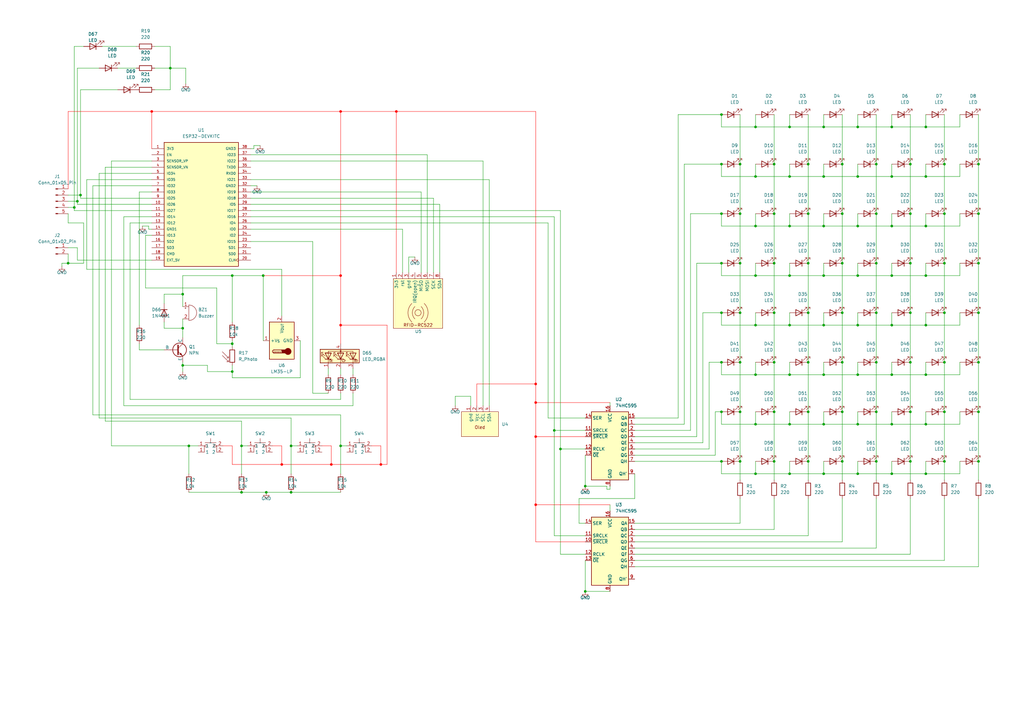
<source format=kicad_sch>
(kicad_sch (version 20230121) (generator eeschema)
  (paper "A3")
  (title_block (title "Castle_Circuit") (rev "1") (company "Ivar"))
  (junction (at 309.88 92.71))
  (junction (at 379.73 72.39))
  (junction (at 345.44 148.59))
  (junction (at 309.88 113.03))
  (junction (at 359.41 67.31))
  (junction (at 77.47 182.88))
  (junction (at 387.35 87.63))
  (junction (at 323.85 153.67))
  (junction (at 337.82 52.07))
  (junction (at 365.76 113.03))
  (junction (at 323.85 72.39))
  (junction (at 345.44 128.27))
  (junction (at 107.95 113.03))
  (junction (at 139.7 182.88))
  (junction (at 303.53 128.27))
  (junction (at 387.35 67.31))
  (junction (at 303.53 168.91))
  (junction (at 139.7 133.35) (color 255 0 0 1))
  (junction (at 74.93 120.65))
  (junction (at 317.5 128.27))
  (junction (at 240.03 242.57))
  (junction (at 30.48 85.09))
  (junction (at 365.76 133.35))
  (junction (at 365.76 72.39))
  (junction (at 373.38 148.59))
  (junction (at 303.53 107.95))
  (junction (at 351.79 113.03))
  (junction (at 323.85 194.31))
  (junction (at 379.73 194.31))
  (junction (at 379.73 52.07))
  (junction (at 359.41 87.63))
  (junction (at 331.47 107.95))
  (junction (at 219.71 207.01) (color 255 0 0 1))
  (junction (at 95.25 113.03))
  (junction (at 99.06 201.93))
  (junction (at 379.73 92.71))
  (junction (at 345.44 189.23))
  (junction (at 351.79 133.35))
  (junction (at 401.32 107.95))
  (junction (at 373.38 107.95))
  (junction (at 295.91 148.59))
  (junction (at 31.75 82.55))
  (junction (at 295.91 128.27))
  (junction (at 135.89 190.5) (color 255 0 0 1))
  (junction (at 337.82 113.03))
  (junction (at 365.76 92.71))
  (junction (at 345.44 107.95))
  (junction (at 379.73 153.67))
  (junction (at 303.53 189.23))
  (junction (at 99.06 182.88))
  (junction (at 331.47 67.31))
  (junction (at 323.85 173.99))
  (junction (at 351.79 173.99))
  (junction (at 331.47 168.91))
  (junction (at 337.82 92.71))
  (junction (at 317.5 189.23))
  (junction (at 401.32 148.59))
  (junction (at 331.47 87.63))
  (junction (at 373.38 87.63))
  (junction (at 295.91 189.23))
  (junction (at 337.82 72.39))
  (junction (at 401.32 128.27))
  (junction (at 351.79 92.71))
  (junction (at 109.22 201.93))
  (junction (at 317.5 87.63))
  (junction (at 240.03 199.39))
  (junction (at 345.44 67.31))
  (junction (at 401.32 87.63))
  (junction (at 351.79 153.67))
  (junction (at 373.38 168.91))
  (junction (at 359.41 128.27))
  (junction (at 323.85 113.03))
  (junction (at 219.71 165.1) (color 255 0 0 1))
  (junction (at 359.41 189.23))
  (junction (at 345.44 168.91))
  (junction (at 323.85 133.35))
  (junction (at 317.5 148.59))
  (junction (at 373.38 189.23))
  (junction (at 139.7 45.72) (color 255 0 0 1))
  (junction (at 323.85 52.07))
  (junction (at 295.91 67.31))
  (junction (at 69.85 27.94))
  (junction (at 387.35 189.23))
  (junction (at 365.76 173.99))
  (junction (at 162.56 45.72) (color 255 0 0 1))
  (junction (at 219.71 179.07) (color 255 0 0 1))
  (junction (at 119.38 201.93))
  (junction (at 401.32 67.31))
  (junction (at 387.35 148.59))
  (junction (at 95.25 140.97))
  (junction (at 331.47 148.59))
  (junction (at 331.47 128.27))
  (junction (at 74.93 149.86))
  (junction (at 303.53 67.31))
  (junction (at 156.21 190.5) (color 255 0 0 1))
  (junction (at 229.87 184.15))
  (junction (at 373.38 67.31))
  (junction (at 95.25 152.4))
  (junction (at 227.33 176.53))
  (junction (at 317.5 168.91))
  (junction (at 401.32 168.91))
  (junction (at 387.35 107.95))
  (junction (at 359.41 168.91))
  (junction (at 351.79 52.07))
  (junction (at 309.88 153.67))
  (junction (at 345.44 87.63))
  (junction (at 295.91 46.99))
  (junction (at 33.02 80.01))
  (junction (at 351.79 72.39))
  (junction (at 115.57 190.5) (color 255 0 0 1))
  (junction (at 337.82 133.35))
  (junction (at 337.82 194.31))
  (junction (at 119.38 182.88))
  (junction (at 317.5 67.31))
  (junction (at 303.53 87.63))
  (junction (at 387.35 168.91))
  (junction (at 74.93 134.62))
  (junction (at 359.41 148.59))
  (junction (at 373.38 128.27))
  (junction (at 379.73 173.99))
  (junction (at 295.91 87.63))
  (junction (at 337.82 153.67))
  (junction (at 62.23 45.72) (color 255 0 0 1))
  (junction (at 27.94 107.95))
  (junction (at 139.7 113.03) (color 255 0 0 1))
  (junction (at 309.88 173.99))
  (junction (at 323.85 92.71))
  (junction (at 365.76 52.07))
  (junction (at 379.73 113.03))
  (junction (at 331.47 189.23))
  (junction (at 365.76 153.67))
  (junction (at 295.91 168.91))
  (junction (at 309.88 194.31))
  (junction (at 379.73 133.35))
  (junction (at 337.82 173.99))
  (junction (at 219.71 157.48) (color 255 0 0 1))
  (junction (at 295.91 107.95))
  (junction (at 401.32 189.23))
  (junction (at 317.5 107.95))
  (junction (at 309.88 52.07))
  (junction (at 359.41 107.95))
  (junction (at 303.53 148.59))
  (junction (at 387.35 128.27))
  (junction (at 309.88 133.35))
  (junction (at 351.79 194.31))
  (junction (at 365.76 194.31))
  (junction (at 309.88 72.39))
  (wire (pts (xy 27.94 101.6) (xy 31.75 101.6)))
  (wire (pts (xy 74.93 120.65) (xy 74.93 113.03)))
  (wire (pts (xy 240.03 242.57) (xy 250.19 242.57)))
  (wire (pts (xy 123.19 139.7) (xy 123.19 154.94)))
  (wire (pts (xy 365.76 153.67) (xy 379.73 153.67)))
  (wire (pts (xy 379.73 67.31) (xy 379.73 72.39)))
  (wire (pts (xy 139.7 163.83) (xy 53.34 163.83)))
  (wire (pts (xy 224.79 171.45) (xy 240.03 171.45)))
  (wire (pts (xy 331.47 87.63) (xy 331.47 107.95)))
  (wire (pts (xy 219.71 165.1) (xy 250.19 165.1)) (stroke (width 0) (color 255 0 0 1)))
  (wire (pts (xy 99.06 172.72) (xy 43.18 172.72)))
  (wire (pts (xy 123.19 154.94) (xy 95.25 154.94)))
  (wire (pts (xy 69.85 36.83) (xy 69.85 27.94)))
  (wire (pts (xy 139.7 113.03) (xy 139.7 45.72)) (stroke (width 0) (color 255 0 0 1)))
  (wire (pts (xy 280.67 67.31) (xy 295.91 67.31)))
  (wire (pts (xy 387.35 87.63) (xy 387.35 107.95)))
  (wire (pts (xy 27.94 104.14) (xy 27.94 107.95)))
  (wire (pts (xy 30.48 85.09) (xy 30.48 19.05)))
  (wire (pts (xy 172.72 111.76) (xy 172.72 78.74)))
  (wire (pts (xy 229.87 184.15) (xy 240.03 184.15)))
  (wire (pts (xy 365.76 113.03) (xy 351.79 113.03)))
  (wire (pts (xy 359.41 107.95) (xy 359.41 128.27)))
  (wire (pts (xy 393.7 128.27) (xy 393.7 133.35)))
  (wire (pts (xy 88.9 140.97) (xy 88.9 118.11)))
  (wire (pts (xy 295.91 92.71) (xy 309.88 92.71)))
  (wire (pts (xy 393.7 107.95) (xy 393.7 113.03)))
  (wire (pts (xy 119.38 182.88) (xy 119.38 171.45)))
  (wire (pts (xy 260.35 229.87) (xy 387.35 229.87)))
  (wire (pts (xy 317.5 87.63) (xy 317.5 107.95)))
  (wire (pts (xy 152.4 182.88) (xy 156.21 182.88)) (stroke (width 0) (color 255 0 0 1)))
  (wire (pts (xy 309.88 194.31) (xy 323.85 194.31)))
  (wire (pts (xy 260.35 217.17) (xy 317.5 217.17)))
  (wire (pts (xy 401.32 67.31) (xy 401.32 87.63)))
  (wire (pts (xy 351.79 133.35) (xy 337.82 133.35)))
  (wire (pts (xy 323.85 194.31) (xy 337.82 194.31)))
  (wire (pts (xy 317.5 107.95) (xy 317.5 128.27)))
  (wire (pts (xy 121.92 182.88) (xy 119.38 182.88)))
  (wire (pts (xy 337.82 87.63) (xy 337.82 92.71)))
  (wire (pts (xy 227.33 219.71) (xy 227.33 176.53)))
  (wire (pts (xy 55.88 27.94) (xy 48.26 27.94)))
  (wire (pts (xy 387.35 148.59) (xy 387.35 168.91)))
  (wire (pts (xy 62.23 81.28) (xy 33.02 81.28)))
  (wire (pts (xy 95.25 140.97) (xy 88.9 140.97)))
  (wire (pts (xy 74.93 125.73) (xy 74.93 120.65)))
  (wire (pts (xy 288.29 128.27) (xy 295.91 128.27)))
  (wire (pts (xy 95.25 140.97) (xy 95.25 142.24)))
  (wire (pts (xy 30.48 85.09) (xy 27.94 85.09)))
  (wire (pts (xy 387.35 189.23) (xy 387.35 196.85)))
  (wire (pts (xy 278.13 46.99) (xy 295.91 46.99)))
  (wire (pts (xy 283.21 176.53) (xy 283.21 87.63)))
  (wire (pts (xy 387.35 204.47) (xy 387.35 229.87)))
  (wire (pts (xy 95.25 149.86) (xy 95.25 152.4)))
  (wire (pts (xy 393.7 168.91) (xy 393.7 173.99)))
  (wire (pts (xy 345.44 204.47) (xy 345.44 222.25)))
  (wire (pts (xy 295.91 133.35) (xy 309.88 133.35)))
  (wire (pts (xy 74.93 149.86) (xy 85.09 149.86)))
  (wire (pts (xy 323.85 133.35) (xy 337.82 133.35)))
  (wire (pts (xy 401.32 46.99) (xy 401.32 67.31)))
  (wire (pts (xy 387.35 128.27) (xy 387.35 148.59)))
  (wire (pts (xy 31.75 83.82) (xy 31.75 82.55)))
  (wire (pts (xy 379.73 173.99) (xy 393.7 173.99)))
  (wire (pts (xy 260.35 181.61) (xy 288.29 181.61)))
  (wire (pts (xy 74.93 134.62) (xy 74.93 138.43)))
  (wire (pts (xy 373.38 107.95) (xy 373.38 128.27)))
  (wire (pts (xy 303.53 46.99) (xy 303.53 67.31)))
  (wire (pts (xy 34.29 91.44) (xy 27.94 91.44)))
  (wire (pts (xy 260.35 171.45) (xy 278.13 171.45)))
  (wire (pts (xy 373.38 148.59) (xy 373.38 168.91)))
  (wire (pts (xy 59.69 118.11) (xy 59.69 96.52)))
  (wire (pts (xy 351.79 189.23) (xy 351.79 194.31)))
  (wire (pts (xy 278.13 171.45) (xy 278.13 46.99)))
  (wire (pts (xy 303.53 87.63) (xy 303.53 107.95)))
  (wire (pts (xy 219.71 207.01) (xy 250.19 207.01)) (stroke (width 0) (color 255 0 0 1)))
  (wire (pts (xy 31.75 101.6) (xy 31.75 106.68)))
  (wire (pts (xy 250.19 200.66) (xy 250.19 199.39)))
  (wire (pts (xy 379.73 72.39) (xy 365.76 72.39)))
  (wire (pts (xy 128.27 161.29) (xy 128.27 99.06)))
  (wire (pts (xy 295.91 128.27) (xy 295.91 133.35)))
  (wire (pts (xy 240.03 219.71) (xy 227.33 219.71)))
  (wire (pts (xy 359.41 46.99) (xy 359.41 67.31)))
  (wire (pts (xy 337.82 107.95) (xy 337.82 113.03)))
  (wire (pts (xy 373.38 168.91) (xy 373.38 189.23)))
  (wire (pts (xy 331.47 189.23) (xy 331.47 196.85)))
  (wire (pts (xy 331.47 168.91) (xy 331.47 189.23)))
  (wire (pts (xy 365.76 133.35) (xy 379.73 133.35)))
  (wire (pts (xy 31.75 27.94) (xy 40.64 27.94)))
  (wire (pts (xy 248.92 199.39) (xy 240.03 199.39)))
  (wire (pts (xy 331.47 148.59) (xy 331.47 168.91)))
  (wire (pts (xy 101.6 182.88) (xy 99.06 182.88)))
  (wire (pts (xy 219.71 179.07) (xy 219.71 207.01)) (stroke (width 0) (color 255 0 0 1)))
  (wire (pts (xy 365.76 128.27) (xy 365.76 133.35)))
  (wire (pts (xy 309.88 87.63) (xy 309.88 92.71)))
  (wire (pts (xy 224.79 91.44) (xy 224.79 171.45)))
  (wire (pts (xy 40.64 71.12) (xy 62.23 71.12)))
  (wire (pts (xy 295.91 173.99) (xy 309.88 173.99)))
  (wire (pts (xy 248.92 200.66) (xy 248.92 199.39)))
  (wire (pts (xy 240.03 229.87) (xy 240.03 242.57)))
  (wire (pts (xy 379.73 128.27) (xy 379.73 133.35)))
  (wire (pts (xy 27.94 91.44) (xy 27.94 87.63)))
  (wire (pts (xy 69.85 19.05) (xy 63.5 19.05)))
  (wire (pts (xy 323.85 148.59) (xy 323.85 153.67)))
  (wire (pts (xy 295.91 67.31) (xy 295.91 72.39)))
  (wire (pts (xy 337.82 189.23) (xy 337.82 194.31)))
  (wire (pts (xy 379.73 92.71) (xy 393.7 92.71)))
  (wire (pts (xy 351.79 72.39) (xy 337.82 72.39)))
  (wire (pts (xy 295.91 113.03) (xy 309.88 113.03)))
  (wire (pts (xy 260.35 232.41) (xy 401.32 232.41)))
  (wire (pts (xy 351.79 107.95) (xy 351.79 113.03)))
  (wire (pts (xy 323.85 113.03) (xy 337.82 113.03)))
  (wire (pts (xy 260.35 222.25) (xy 345.44 222.25)))
  (wire (pts (xy 229.87 227.33) (xy 229.87 184.15)))
  (wire (pts (xy 27.94 45.72) (xy 62.23 45.72)) (stroke (width 0) (color 255 0 0 1)))
  (wire (pts (xy 139.7 161.29) (xy 139.7 163.83)))
  (wire (pts (xy 351.79 168.91) (xy 351.79 173.99)))
  (wire (pts (xy 345.44 148.59) (xy 345.44 168.91)))
  (wire (pts (xy 393.7 52.07) (xy 379.73 52.07)))
  (wire (pts (xy 33.02 81.28) (xy 33.02 80.01)))
  (wire (pts (xy 260.35 219.71) (xy 331.47 219.71)))
  (wire (pts (xy 62.23 83.82) (xy 31.75 83.82)))
  (wire (pts (xy 379.73 113.03) (xy 365.76 113.03)))
  (wire (pts (xy 95.25 182.88) (xy 95.25 190.5)) (stroke (width 0) (color 255 0 0 1)))
  (wire (pts (xy 309.88 113.03) (xy 323.85 113.03)))
  (wire (pts (xy 102.87 86.36) (xy 229.87 86.36)))
  (wire (pts (xy 102.87 83.82) (xy 180.34 83.82)))
  (wire (pts (xy 393.7 87.63) (xy 393.7 92.71)))
  (wire (pts (xy 30.48 86.36) (xy 30.48 85.09)))
  (wire (pts (xy 193.04 162.56) (xy 193.04 166.37)))
  (wire (pts (xy 165.1 111.76) (xy 165.1 93.98)))
  (wire (pts (xy 172.72 78.74) (xy 102.87 78.74)))
  (wire (pts (xy 303.53 168.91) (xy 303.53 189.23)))
  (wire (pts (xy 175.26 63.5) (xy 102.87 63.5)))
  (wire (pts (xy 77.47 182.88) (xy 45.72 182.88)))
  (wire (pts (xy 67.31 134.62) (xy 67.31 132.08)))
  (wire (pts (xy 401.32 189.23) (xy 401.32 196.85)))
  (wire (pts (xy 387.35 168.91) (xy 387.35 189.23)))
  (wire (pts (xy 81.28 182.88) (xy 77.47 182.88)))
  (wire (pts (xy 295.91 189.23) (xy 295.91 194.31)))
  (wire (pts (xy 95.25 152.4) (xy 95.25 154.94)))
  (wire (pts (xy 74.93 149.86) (xy 74.93 152.4)))
  (wire (pts (xy 237.49 214.63) (xy 240.03 214.63)))
  (wire (pts (xy 107.95 113.03) (xy 107.95 139.7)))
  (wire (pts (xy 288.29 181.61) (xy 288.29 128.27)))
  (wire (pts (xy 142.24 182.88) (xy 139.7 182.88)))
  (wire (pts (xy 31.75 82.55) (xy 31.75 27.94)))
  (wire (pts (xy 139.7 140.97) (xy 139.7 133.35)) (stroke (width 0) (color 255 0 0 1)))
  (wire (pts (xy 139.7 170.18) (xy 38.1 170.18)))
  (wire (pts (xy 260.35 189.23) (xy 295.91 189.23)))
  (wire (pts (xy 309.88 173.99) (xy 323.85 173.99)))
  (wire (pts (xy 295.91 87.63) (xy 295.91 92.71)))
  (wire (pts (xy 401.32 87.63) (xy 401.32 107.95)))
  (wire (pts (xy 60.96 92.71) (xy 60.96 93.98)))
  (wire (pts (xy 102.87 73.66) (xy 200.66 73.66)))
  (wire (pts (xy 290.83 184.15) (xy 290.83 148.59)))
  (wire (pts (xy 260.35 227.33) (xy 373.38 227.33)))
  (wire (pts (xy 323.85 168.91) (xy 323.85 173.99)))
  (wire (pts (xy 379.73 52.07) (xy 365.76 52.07)))
  (wire (pts (xy 219.71 222.25) (xy 240.03 222.25)) (stroke (width 0) (color 255 0 0 1)))
  (wire (pts (xy 337.82 46.99) (xy 337.82 52.07)))
  (wire (pts (xy 95.25 113.03) (xy 95.25 132.08)))
  (wire (pts (xy 77.47 182.88) (xy 77.47 194.31)))
  (wire (pts (xy 119.38 171.45) (xy 40.64 171.45)))
  (wire (pts (xy 331.47 128.27) (xy 331.47 148.59)))
  (wire (pts (xy 102.87 93.98) (xy 165.1 93.98)))
  (wire (pts (xy 63.5 27.94) (xy 69.85 27.94)))
  (wire (pts (xy 379.73 189.23) (xy 379.73 194.31)))
  (wire (pts (xy 139.7 45.72) (xy 162.56 45.72)) (stroke (width 0) (color 255 0 0 1)))
  (wire (pts (xy 295.91 46.99) (xy 295.91 52.07)))
  (wire (pts (xy 345.44 87.63) (xy 345.44 107.95)))
  (wire (pts (xy 359.41 148.59) (xy 359.41 168.91)))
  (wire (pts (xy 331.47 107.95) (xy 331.47 128.27)))
  (wire (pts (xy 401.32 128.27) (xy 401.32 148.59)))
  (wire (pts (xy 74.93 113.03) (xy 95.25 113.03)))
  (wire (pts (xy 393.7 189.23) (xy 393.7 194.31)))
  (wire (pts (xy 293.37 186.69) (xy 293.37 168.91)))
  (wire (pts (xy 323.85 189.23) (xy 323.85 194.31)))
  (wire (pts (xy 250.19 165.1) (xy 250.19 166.37)))
  (wire (pts (xy 365.76 107.95) (xy 365.76 113.03)))
  (wire (pts (xy 379.73 168.91) (xy 379.73 173.99)))
  (wire (pts (xy 303.53 148.59) (xy 303.53 168.91)))
  (wire (pts (xy 309.88 67.31) (xy 309.88 72.39)))
  (wire (pts (xy 365.76 52.07) (xy 351.79 52.07)))
  (wire (pts (xy 280.67 173.99) (xy 280.67 67.31)))
  (wire (pts (xy 337.82 128.27) (xy 337.82 133.35)))
  (wire (pts (xy 379.73 173.99) (xy 365.76 173.99)))
  (wire (pts (xy 303.53 189.23) (xy 303.53 196.85)))
  (wire (pts (xy 323.85 87.63) (xy 323.85 92.71)))
  (wire (pts (xy 99.06 182.88) (xy 99.06 172.72)))
  (wire (pts (xy 359.41 67.31) (xy 359.41 87.63)))
  (wire (pts (xy 240.03 227.33) (xy 229.87 227.33)))
  (wire (pts (xy 25.4 107.95) (xy 25.4 109.22)))
  (wire (pts (xy 351.79 46.99) (xy 351.79 52.07)))
  (wire (pts (xy 198.12 66.04) (xy 198.12 166.37)))
  (wire (pts (xy 85.09 152.4) (xy 85.09 149.86)))
  (wire (pts (xy 45.72 66.04) (xy 62.23 66.04)))
  (wire (pts (xy 295.91 148.59) (xy 295.91 153.67)))
  (wire (pts (xy 162.56 45.72) (xy 219.71 45.72)) (stroke (width 0) (color 255 0 0 1)))
  (wire (pts (xy 295.91 194.31) (xy 309.88 194.31)))
  (wire (pts (xy 365.76 67.31) (xy 365.76 72.39)))
  (wire (pts (xy 295.91 107.95) (xy 295.91 113.03)))
  (wire (pts (xy 351.79 153.67) (xy 337.82 153.67)))
  (wire (pts (xy 35.56 73.66) (xy 62.23 73.66)))
  (wire (pts (xy 365.76 87.63) (xy 365.76 92.71)))
  (wire (pts (xy 128.27 99.06) (xy 102.87 99.06)))
  (wire (pts (xy 43.18 68.58) (xy 62.23 68.58)))
  (wire (pts (xy 219.71 45.72) (xy 219.71 157.48)) (stroke (width 0) (color 255 0 0 1)))
  (wire (pts (xy 156.21 190.5) (xy 156.21 182.88)) (stroke (width 0) (color 255 0 0 1)))
  (wire (pts (xy 359.41 87.63) (xy 359.41 107.95)))
  (wire (pts (xy 139.7 182.88) (xy 139.7 170.18)))
  (wire (pts (xy 379.73 194.31) (xy 365.76 194.31)))
  (wire (pts (xy 240.03 186.69) (xy 240.03 199.39)))
  (wire (pts (xy 309.88 133.35) (xy 323.85 133.35)))
  (wire (pts (xy 38.1 170.18) (xy 38.1 76.2)))
  (wire (pts (xy 323.85 67.31) (xy 323.85 72.39)))
  (wire (pts (xy 283.21 87.63) (xy 295.91 87.63)))
  (wire (pts (xy 139.7 133.35) (xy 139.7 113.03)) (stroke (width 0) (color 255 0 0 1)))
  (wire (pts (xy 50.8 166.37) (xy 50.8 88.9)))
  (wire (pts (xy 379.73 46.99) (xy 379.73 52.07)))
  (wire (pts (xy 345.44 67.31) (xy 345.44 87.63)))
  (wire (pts (xy 135.89 182.88) (xy 135.89 190.5)) (stroke (width 0) (color 255 0 0 1)))
  (wire (pts (xy 323.85 107.95) (xy 323.85 113.03)))
  (wire (pts (xy 227.33 88.9) (xy 227.33 176.53)))
  (wire (pts (xy 345.44 168.91) (xy 345.44 189.23)))
  (wire (pts (xy 227.33 176.53) (xy 240.03 176.53)))
  (wire (pts (xy 144.78 166.37) (xy 50.8 166.37)))
  (wire (pts (xy 31.75 82.55) (xy 27.94 82.55)))
  (wire (pts (xy 34.29 91.44) (xy 34.29 107.95)))
  (wire (pts (xy 323.85 173.99) (xy 337.82 173.99)))
  (wire (pts (xy 323.85 153.67) (xy 337.82 153.67)))
  (wire (pts (xy 365.76 153.67) (xy 351.79 153.67)))
  (wire (pts (xy 309.88 128.27) (xy 309.88 133.35)))
  (wire (pts (xy 365.76 72.39) (xy 351.79 72.39)))
  (wire (pts (xy 365.76 46.99) (xy 365.76 52.07)))
  (wire (pts (xy 365.76 189.23) (xy 365.76 194.31)))
  (wire (pts (xy 331.47 67.31) (xy 331.47 87.63)))
  (wire (pts (xy 345.44 46.99) (xy 345.44 67.31)))
  (wire (pts (xy 373.38 46.99) (xy 373.38 67.31)))
  (wire (pts (xy 186.69 166.37) (xy 186.69 162.56)))
  (wire (pts (xy 351.79 92.71) (xy 337.82 92.71)))
  (wire (pts (xy 158.75 190.5) (xy 156.21 190.5)) (stroke (width 0) (color 255 0 0 1)))
  (wire (pts (xy 351.79 194.31) (xy 337.82 194.31)))
  (wire (pts (xy 107.95 113.03) (xy 139.7 113.03)) (stroke (width 0) (color 255 0 0 1)))
  (wire (pts (xy 43.18 172.72) (xy 43.18 68.58)))
  (wire (pts (xy 33.02 80.01) (xy 27.94 80.01)))
  (wire (pts (xy 260.35 184.15) (xy 290.83 184.15)))
  (wire (pts (xy 323.85 92.71) (xy 337.82 92.71)))
  (wire (pts (xy 31.75 106.68) (xy 62.23 106.68)))
  (wire (pts (xy 62.23 86.36) (xy 30.48 86.36)))
  (wire (pts (xy 365.76 194.31) (xy 351.79 194.31)))
  (wire (pts (xy 373.38 204.47) (xy 373.38 227.33)))
  (wire (pts (xy 229.87 86.36) (xy 229.87 184.15)))
  (wire (pts (xy 57.15 143.51) (xy 67.31 143.51)))
  (wire (pts (xy 393.7 46.99) (xy 393.7 52.07)))
  (wire (pts (xy 144.78 161.29) (xy 144.78 166.37)))
  (wire (pts (xy 393.7 67.31) (xy 393.7 72.39)))
  (wire (pts (xy 303.53 214.63) (xy 303.53 204.47)))
  (wire (pts (xy 317.5 168.91) (xy 317.5 189.23)))
  (wire (pts (xy 104.14 59.69) (xy 106.68 59.69)))
  (wire (pts (xy 303.53 128.27) (xy 303.53 148.59)))
  (wire (pts (xy 393.7 194.31) (xy 379.73 194.31)))
  (wire (pts (xy 104.14 60.96) (xy 104.14 59.69)))
  (wire (pts (xy 373.38 128.27) (xy 373.38 148.59)))
  (wire (pts (xy 60.96 93.98) (xy 62.23 93.98)))
  (wire (pts (xy 373.38 189.23) (xy 373.38 196.85)))
  (wire (pts (xy 285.75 107.95) (xy 295.91 107.95)))
  (wire (pts (xy 393.7 72.39) (xy 379.73 72.39)))
  (wire (pts (xy 62.23 45.72) (xy 139.7 45.72)) (stroke (width 0) (color 255 0 0 1)))
  (wire (pts (xy 180.34 111.76) (xy 180.34 83.82)))
  (wire (pts (xy 295.91 52.07) (xy 309.88 52.07)))
  (wire (pts (xy 401.32 107.95) (xy 401.32 128.27)))
  (wire (pts (xy 102.87 88.9) (xy 227.33 88.9)))
  (wire (pts (xy 195.58 157.48) (xy 195.58 166.37)) (stroke (width 0) (color 255 0 0 1)))
  (wire (pts (xy 359.41 204.47) (xy 359.41 224.79)))
  (wire (pts (xy 33.02 80.01) (xy 33.02 36.83)))
  (wire (pts (xy 365.76 92.71) (xy 351.79 92.71)))
  (wire (pts (xy 359.41 128.27) (xy 359.41 148.59)))
  (wire (pts (xy 351.79 87.63) (xy 351.79 92.71)))
  (wire (pts (xy 139.7 133.35) (xy 158.75 133.35)) (stroke (width 0) (color 255 0 0 1)))
  (wire (pts (xy 62.23 60.96) (xy 62.23 45.72)) (stroke (width 0) (color 255 0 0 1)))
  (wire (pts (xy 331.47 46.99) (xy 331.47 67.31)))
  (wire (pts (xy 303.53 67.31) (xy 303.53 87.63)))
  (wire (pts (xy 219.71 157.48) (xy 219.71 165.1)) (stroke (width 0) (color 255 0 0 1)))
  (wire (pts (xy 91.44 182.88) (xy 95.25 182.88)) (stroke (width 0) (color 255 0 0 1)))
  (wire (pts (xy 177.8 81.28) (xy 102.87 81.28)))
  (wire (pts (xy 119.38 201.93) (xy 139.7 201.93)))
  (wire (pts (xy 337.82 168.91) (xy 337.82 173.99)))
  (wire (pts (xy 177.8 111.76) (xy 177.8 81.28)))
  (wire (pts (xy 331.47 204.47) (xy 331.47 219.71)))
  (wire (pts (xy 379.73 87.63) (xy 379.73 92.71)))
  (wire (pts (xy 167.64 111.76) (xy 167.64 105.41)))
  (wire (pts (xy 158.75 133.35) (xy 158.75 190.5)) (stroke (width 0) (color 255 0 0 1)))
  (wire (pts (xy 295.91 168.91) (xy 295.91 173.99)))
  (wire (pts (xy 219.71 157.48) (xy 195.58 157.48)) (stroke (width 0) (color 255 0 0 1)))
  (wire (pts (xy 67.31 124.46) (xy 67.31 120.65)))
  (wire (pts (xy 337.82 67.31) (xy 337.82 72.39)))
  (wire (pts (xy 74.93 130.81) (xy 74.93 134.62)))
  (wire (pts (xy 260.35 176.53) (xy 283.21 176.53)))
  (wire (pts (xy 290.83 148.59) (xy 295.91 148.59)))
  (wire (pts (xy 309.88 92.71) (xy 323.85 92.71)))
  (wire (pts (xy 250.19 207.01) (xy 250.19 209.55)))
  (wire (pts (xy 134.62 151.13) (xy 134.62 153.67)))
  (wire (pts (xy 359.41 168.91) (xy 359.41 189.23)))
  (wire (pts (xy 248.92 200.66) (xy 250.19 200.66)))
  (wire (pts (xy 379.73 148.59) (xy 379.73 153.67)))
  (wire (pts (xy 139.7 151.13) (xy 139.7 153.67)))
  (wire (pts (xy 119.38 182.88) (xy 119.38 194.31)))
  (wire (pts (xy 102.87 91.44) (xy 224.79 91.44)))
  (wire (pts (xy 115.57 110.49) (xy 35.56 110.49)))
  (wire (pts (xy 317.5 189.23) (xy 317.5 196.85)))
  (wire (pts (xy 309.88 46.99) (xy 309.88 52.07)))
  (wire (pts (xy 365.76 148.59) (xy 365.76 153.67)))
  (wire (pts (xy 57.15 140.97) (xy 57.15 143.51)))
  (wire (pts (xy 219.71 222.25) (xy 219.71 207.01)) (stroke (width 0) (color 255 0 0 1)))
  (wire (pts (xy 365.76 168.91) (xy 365.76 173.99)))
  (wire (pts (xy 365.76 173.99) (xy 351.79 173.99)))
  (wire (pts (xy 34.29 107.95) (xy 27.94 107.95)))
  (wire (pts (xy 69.85 27.94) (xy 76.2 27.94)))
  (wire (pts (xy 135.89 190.5) (xy 156.21 190.5)) (stroke (width 0) (color 255 0 0 1)))
  (wire (pts (xy 134.62 161.29) (xy 128.27 161.29)))
  (wire (pts (xy 88.9 118.11) (xy 59.69 118.11)))
  (wire (pts (xy 351.79 148.59) (xy 351.79 153.67)))
  (wire (pts (xy 285.75 179.07) (xy 285.75 107.95)))
  (wire (pts (xy 393.7 148.59) (xy 393.7 153.67)))
  (wire (pts (xy 387.35 67.31) (xy 387.35 87.63)))
  (wire (pts (xy 53.34 91.44) (xy 62.23 91.44)))
  (wire (pts (xy 379.73 107.95) (xy 379.73 113.03)))
  (wire (pts (xy 260.35 186.69) (xy 293.37 186.69)))
  (wire (pts (xy 317.5 204.47) (xy 317.5 217.17)))
  (wire (pts (xy 323.85 128.27) (xy 323.85 133.35)))
  (wire (pts (xy 115.57 129.54) (xy 115.57 110.49)))
  (wire (pts (xy 237.49 204.47) (xy 237.49 214.63)))
  (wire (pts (xy 57.15 78.74) (xy 57.15 133.35)))
  (wire (pts (xy 69.85 27.94) (xy 69.85 19.05)))
  (wire (pts (xy 58.42 92.71) (xy 60.96 92.71)))
  (wire (pts (xy 30.48 19.05) (xy 34.29 19.05)))
  (wire (pts (xy 309.88 107.95) (xy 309.88 113.03)))
  (wire (pts (xy 50.8 88.9) (xy 62.23 88.9)))
  (wire (pts (xy 219.71 165.1) (xy 219.71 179.07)) (stroke (width 0) (color 255 0 0 1)))
  (wire (pts (xy 95.25 190.5) (xy 115.57 190.5)) (stroke (width 0) (color 255 0 0 1)))
  (wire (pts (xy 260.35 204.47) (xy 237.49 204.47)))
  (wire (pts (xy 132.08 182.88) (xy 135.89 182.88)) (stroke (width 0) (color 255 0 0 1)))
  (wire (pts (xy 337.82 148.59) (xy 337.82 153.67)))
  (wire (pts (xy 401.32 168.91) (xy 401.32 189.23)))
  (wire (pts (xy 260.35 179.07) (xy 285.75 179.07)))
  (wire (pts (xy 260.35 194.31) (xy 260.35 204.47)))
  (wire (pts (xy 293.37 168.91) (xy 295.91 168.91)))
  (wire (pts (xy 55.88 19.05) (xy 41.91 19.05)))
  (wire (pts (xy 38.1 76.2) (xy 62.23 76.2)))
  (wire (pts (xy 309.88 72.39) (xy 323.85 72.39)))
  (wire (pts (xy 63.5 36.83) (xy 69.85 36.83)))
  (wire (pts (xy 95.25 152.4) (xy 85.09 152.4)))
  (wire (pts (xy 359.41 189.23) (xy 359.41 196.85)))
  (wire (pts (xy 303.53 107.95) (xy 303.53 128.27)))
  (wire (pts (xy 351.79 113.03) (xy 337.82 113.03)))
  (wire (pts (xy 111.76 182.88) (xy 115.57 182.88)) (stroke (width 0) (color 255 0 0 1)))
  (wire (pts (xy 53.34 163.83) (xy 53.34 91.44)))
  (wire (pts (xy 162.56 45.72) (xy 162.56 111.76)) (stroke (width 0) (color 255 0 0 1)))
  (wire (pts (xy 167.64 105.41) (xy 170.18 105.41)))
  (wire (pts (xy 139.7 182.88) (xy 139.7 194.31)))
  (wire (pts (xy 379.73 113.03) (xy 393.7 113.03)))
  (wire (pts (xy 77.47 201.93) (xy 99.06 201.93)))
  (wire (pts (xy 345.44 107.95) (xy 345.44 128.27)))
  (wire (pts (xy 260.35 224.79) (xy 359.41 224.79)))
  (wire (pts (xy 401.32 148.59) (xy 401.32 168.91)))
  (wire (pts (xy 62.23 78.74) (xy 57.15 78.74)))
  (wire (pts (xy 317.5 128.27) (xy 317.5 148.59)))
  (wire (pts (xy 200.66 73.66) (xy 200.66 166.37)))
  (wire (pts (xy 45.72 182.88) (xy 45.72 66.04)))
  (wire (pts (xy 295.91 153.67) (xy 309.88 153.67)))
  (wire (pts (xy 323.85 52.07) (xy 337.82 52.07)))
  (wire (pts (xy 27.94 77.47) (xy 27.94 45.72)) (stroke (width 0) (color 255 0 0 1)))
  (wire (pts (xy 219.71 179.07) (xy 240.03 179.07)) (stroke (width 0) (color 255 0 0 1)))
  (wire (pts (xy 379.73 92.71) (xy 365.76 92.71)))
  (wire (pts (xy 99.06 182.88) (xy 99.06 194.31)))
  (wire (pts (xy 373.38 87.63) (xy 373.38 107.95)))
  (wire (pts (xy 351.79 52.07) (xy 337.82 52.07)))
  (wire (pts (xy 144.78 151.13) (xy 144.78 153.67)))
  (wire (pts (xy 323.85 72.39) (xy 337.82 72.39)))
  (wire (pts (xy 351.79 67.31) (xy 351.79 72.39)))
  (wire (pts (xy 309.88 52.07) (xy 323.85 52.07)))
  (wire (pts (xy 309.88 189.23) (xy 309.88 194.31)))
  (wire (pts (xy 345.44 189.23) (xy 345.44 196.85)))
  (wire (pts (xy 365.76 133.35) (xy 351.79 133.35)))
  (wire (pts (xy 351.79 173.99) (xy 337.82 173.99)))
  (wire (pts (xy 401.32 204.47) (xy 401.32 232.41)))
  (wire (pts (xy 309.88 168.91) (xy 309.88 173.99)))
  (wire (pts (xy 387.35 46.99) (xy 387.35 67.31)))
  (wire (pts (xy 345.44 128.27) (xy 345.44 148.59)))
  (wire (pts (xy 115.57 190.5) (xy 135.89 190.5)) (stroke (width 0) (color 255 0 0 1)))
  (wire (pts (xy 295.91 72.39) (xy 309.88 72.39)))
  (wire (pts (xy 351.79 128.27) (xy 351.79 133.35)))
  (wire (pts (xy 309.88 148.59) (xy 309.88 153.67)))
  (wire (pts (xy 317.5 148.59) (xy 317.5 168.91)))
  (wire (pts (xy 317.5 46.99) (xy 317.5 67.31)))
  (wire (pts (xy 175.26 111.76) (xy 175.26 63.5)))
  (wire (pts (xy 387.35 107.95) (xy 387.35 128.27)))
  (wire (pts (xy 74.93 148.59) (xy 74.93 149.86)))
  (wire (pts (xy 59.69 96.52) (xy 62.23 96.52)))
  (wire (pts (xy 76.2 27.94) (xy 76.2 34.29)))
  (wire (pts (xy 99.06 201.93) (xy 109.22 201.93)))
  (wire (pts (xy 260.35 173.99) (xy 280.67 173.99)))
  (wire (pts (xy 33.02 36.83) (xy 48.26 36.83)))
  (wire (pts (xy 67.31 120.65) (xy 74.93 120.65)))
  (wire (pts (xy 317.5 67.31) (xy 317.5 87.63)))
  (wire (pts (xy 102.87 76.2) (xy 105.41 76.2)))
  (wire (pts (xy 379.73 133.35) (xy 393.7 133.35)))
  (wire (pts (xy 309.88 153.67) (xy 323.85 153.67)))
  (wire (pts (xy 74.93 134.62) (xy 67.31 134.62)))
  (wire (pts (xy 373.38 67.31) (xy 373.38 87.63)))
  (wire (pts (xy 115.57 182.88) (xy 115.57 190.5)) (stroke (width 0) (color 255 0 0 1)))
  (wire (pts (xy 102.87 66.04) (xy 198.12 66.04)))
  (wire (pts (xy 260.35 214.63) (xy 303.53 214.63)))
  (wire (pts (xy 102.87 60.96) (xy 104.14 60.96)))
  (wire (pts (xy 95.25 113.03) (xy 107.95 113.03)))
  (wire (pts (xy 35.56 110.49) (xy 35.56 73.66)))
  (wire (pts (xy 109.22 201.93) (xy 119.38 201.93)))
  (wire (pts (xy 323.85 46.99) (xy 323.85 52.07)))
  (wire (pts (xy 27.94 107.95) (xy 25.4 107.95)))
  (wire (pts (xy 40.64 171.45) (xy 40.64 71.12)))
  (wire (pts (xy 379.73 153.67) (xy 393.7 153.67)))
  (wire (pts (xy 186.69 162.56) (xy 193.04 162.56)))
  (wire (pts (xy 95.25 139.7) (xy 95.25 140.97)))
  (symbol (lib_id "ESP32-DEVKITC:ESP32-DEVKITC") (at 82.55 83.82 0) (unit 1)
    (property "Reference" "U1" (at 82.55 53.34 0))
    (property "Value" "ESP32-DEVKITC" (at 82.55 55.88 0))
    (property "Footprint" "ESP32-DEVKITC:MODULE_ESP32-DEVKITC" (effects hide))
    (property "MF" "Espressif Systems" (effects hide))
    (property "Description" "\nESP32-WROOM-32UE series Transceiver; 802.11 b/g/n (Wi-Fi, WiFi, WLAN), Bluetooth ® Smart Ready 4.x Dual Mode Evaluation Board\n" (effects hide))
    (property "Package" "None" (effects hide))
    (property "Price" "None" (effects hide))
    (property "Check_prices" "https://www.snapeda.com/parts/ESP32-DEVKITC/Espressif+Systems/view-part/?ref=eda" (effects hide))
    (property "STANDARD" "Manufacturer Recommendations" (effects hide))
    (property "PARTREV" "N/A" (effects hide))
    (property "SnapEDA_Link" "https://www.snapeda.com/parts/ESP32-DEVKITC/Espressif+Systems/view-part/?ref=snap" (effects hide))
    (property "MP" "ESP32-DEVKITC" (effects hide))
    (property "Availability" "In Stock" (effects hide))
    (property "MANUFACTURER" "ESPRESSIF" (effects hide))
  )
  (symbol (lib_id "Device:LED") (at 383.54 189.23 180) (unit 1)
    (property "Reference" "D63" (at 385.1275 181.61 0))
    (property "Value" "LED" (at 385.1275 184.15 0))
    (property "Footprint" "LED_THT:LED_D5.0mm" (effects hide))
  )
  (symbol (lib_id "Device:R_Photo") (at 95.25 146.05 0) (unit 1)
    (property "Reference" "R17" (at 97.79 144.78 0) (effects (justify left)))
    (property "Value" "R_Photo" (at 97.79 147.32 0) (effects (justify left)))
    (property "Footprint" "Ivar_lib:PhotoResistor" (effects hide))
  )
  (symbol (lib_id "Device:LED_RGBA") (at 139.7 146.05 90) (unit 1)
    (property "Reference" "D65" (at 148.59 144.78 90) (effects (justify right)))
    (property "Value" "LED_RGBA" (at 148.59 147.32 90) (effects (justify right)))
    (property "Footprint" "Ivar_lib:RGB_led_THT" (effects hide))
  )
  (symbol (lib_id "Device:LED") (at 383.54 148.59 180) (unit 1)
    (property "Reference" "D47" (at 385.1275 140.97 0))
    (property "Value" "LED" (at 385.1275 143.51 0))
    (property "Footprint" "LED_THT:LED_D5.0mm" (effects hide))
  )
  (symbol (lib_id "Device:LED") (at 383.54 107.95 180) (unit 1)
    (property "Reference" "D31" (at 385.1275 100.33 0))
    (property "Value" "LED" (at 385.1275 102.87 0))
    (property "Footprint" "LED_THT:LED_D5.0mm" (effects hide))
  )
  (symbol (lib_id "Device:R") (at 95.25 135.89 0) (unit 1)
    (property "Reference" "R18" (at 93.98 134.62 0) (effects (justify left)))
    (property "Value" "10k" (at 93.98 137.16 0) (effects (justify left)))
    (property "Footprint" "Resistor_THT:R_Axial_DIN0207_L6.3mm_D2.5mm_P7.62mm_Horizontal" (effects hide))
  )
  (symbol (lib_id "Device:LED") (at 369.57 46.99 180) (unit 1)
    (property "Reference" "D6" (at 371.1575 39.37 0))
    (property "Value" "LED" (at 371.1575 41.91 0))
    (property "Footprint" "LED_THT:LED_D5.0mm" (effects hide))
  )
  (symbol (lib_id "Device:LED") (at 369.57 189.23 180) (unit 1)
    (property "Reference" "D62" (at 371.1575 181.61 0))
    (property "Value" "LED" (at 371.1575 184.15 0))
    (property "Footprint" "LED_THT:LED_D5.0mm" (effects hide))
  )
  (symbol (lib_id "Device:LED") (at 327.66 128.27 180) (unit 1)
    (property "Reference" "D35" (at 329.2475 120.65 0))
    (property "Value" "LED" (at 329.2475 123.19 0))
    (property "Footprint" "LED_THT:LED_D5.0mm" (effects hide))
  )
  (symbol (lib_id "Device:LED") (at 313.69 148.59 180) (unit 1)
    (property "Reference" "D42" (at 315.2775 140.97 0))
    (property "Value" "LED" (at 315.2775 143.51 0))
    (property "Footprint" "LED_THT:LED_D5.0mm" (effects hide))
  )
  (symbol (lib_id "Device:LED") (at 327.66 189.23 180) (unit 1)
    (property "Reference" "D59" (at 329.2475 181.61 0))
    (property "Value" "LED" (at 329.2475 184.15 0))
    (property "Footprint" "LED_THT:LED_D5.0mm" (effects hide))
  )
  (symbol (lib_id "Device:LED") (at 369.57 128.27 180) (unit 1)
    (property "Reference" "D38" (at 371.1575 120.65 0))
    (property "Value" "LED" (at 371.1575 123.19 0))
    (property "Footprint" "LED_THT:LED_D5.0mm" (effects hide))
  )
  (symbol (lib_id "Device:LED") (at 355.6 46.99 180) (unit 1)
    (property "Reference" "D5" (at 357.1875 39.37 0))
    (property "Value" "LED" (at 357.1875 41.91 0))
    (property "Footprint" "LED_THT:LED_D5.0mm" (effects hide))
  )
  (symbol (lib_id "Device:LED") (at 341.63 148.59 180) (unit 1)
    (property "Reference" "D44" (at 343.2175 140.97 0))
    (property "Value" "LED" (at 343.2175 143.51 0))
    (property "Footprint" "LED_THT:LED_D5.0mm" (effects hide))
  )
  (symbol (lib_id "Device:LED") (at 355.6 168.91 180) (unit 1)
    (property "Reference" "D53" (at 357.1875 161.29 0))
    (property "Value" "LED" (at 357.1875 163.83 0))
    (property "Footprint" "LED_THT:LED_D5.0mm" (effects hide))
  )
  (symbol (lib_id "Device:LED") (at 299.72 189.23 180) (unit 1)
    (property "Reference" "D57" (at 301.3075 181.61 0))
    (property "Value" "LED" (at 301.3075 184.15 0))
    (property "Footprint" "LED_THT:LED_D5.0mm" (effects hide))
  )
  (symbol (lib_id "Device:R") (at 345.44 200.66 0) (unit 1)
    (property "Reference" "R4" (at 347.98 199.39 0) (effects (justify left)))
    (property "Value" "220" (at 347.98 201.93 0) (effects (justify left)))
    (property "Footprint" "Resistor_THT:R_Axial_DIN0207_L6.3mm_D2.5mm_P7.62mm_Horizontal" (effects hide))
  )
  (symbol (lib_id "Device:LED") (at 313.69 189.23 180) (unit 1)
    (property "Reference" "D58" (at 315.2775 181.61 0))
    (property "Value" "LED" (at 315.2775 184.15 0))
    (property "Footprint" "LED_THT:LED_D5.0mm" (effects hide))
  )
  (symbol (lib_id "Connector:Conn_01x02_Pin") (at 22.86 101.6 0) (unit 1)
    (property "Reference" "J2" (at 23.495 96.52 0))
    (property "Value" "Conn_01x02_Pin" (at 23.495 99.06 0))
    (property "Footprint" "Connector_PinHeader_2.54mm:PinHeader_1x02_P2.54mm_Vertical" (effects hide))
  )
  (symbol (lib_id "Diode:1N4001") (at 67.31 128.27 270) (unit 1)
    (property "Reference" "D66" (at 62.23 127 90) (effects (justify left)))
    (property "Value" "1N4001" (at 62.23 129.54 90) (effects (justify left)))
    (property "Footprint" "Diode_THT:D_DO-41_SOD81_P10.16mm_Horizontal" (effects hide))
    (property "Datasheet" "http://www.vishay.com/docs/88503/1n4001.pdf" (effects hide))
    (property "Sim.Device" "D" (effects hide))
    (property "Sim.Pins" "1=K 2=A" (effects hide))
  )
  (symbol (lib_id "power:GND") (at 240.03 199.39 0) (unit 1)
    (property "Reference" "#PWR01" (effects hide))
    (property "Value" "GND" (at 240.03 201.93 0))
  )
  (symbol (lib_id "Device:LED") (at 397.51 148.59 180) (unit 1)
    (property "Reference" "D48" (at 399.0975 140.97 0))
    (property "Value" "LED" (at 399.0975 143.51 0))
    (property "Footprint" "LED_THT:LED_D5.0mm" (effects hide))
  )
  (symbol (lib_id "Device:R") (at 77.47 198.12 0) (unit 1)
    (property "Reference" "R12" (at 76.2 196.85 0) (effects (justify left)))
    (property "Value" "10k" (at 76.2 199.39 0) (effects (justify left)))
    (property "Footprint" "Resistor_THT:R_Axial_DIN0207_L6.3mm_D2.5mm_P7.62mm_Horizontal" (effects hide))
  )
  (symbol (lib_id "Device:LED") (at 327.66 168.91 180) (unit 1)
    (property "Reference" "D51" (at 329.2475 161.29 0))
    (property "Value" "LED" (at 329.2475 163.83 0))
    (property "Footprint" "LED_THT:LED_D5.0mm" (effects hide))
  )
  (symbol (lib_id "Device:LED") (at 44.45 27.94 180) (unit 1)
    (property "Reference" "D68" (at 46.0375 20.32 0))
    (property "Value" "LED" (at 46.0375 22.86 0))
    (property "Footprint" "LED_THT:LED_D5.0mm" (effects hide))
  )
  (symbol (lib_id "Device:R") (at 99.06 198.12 0) (unit 1)
    (property "Reference" "R13" (at 97.79 196.85 0) (effects (justify left)))
    (property "Value" "10k" (at 97.79 199.39 0) (effects (justify left)))
    (property "Footprint" "Resistor_THT:R_Axial_DIN0207_L6.3mm_D2.5mm_P7.62mm_Horizontal" (effects hide))
  )
  (symbol (lib_id "74xx:74HC595") (at 250.19 224.79 0) (unit 1)
    (property "Reference" "U3" (at 252.3841 207.01 0) (effects (justify left)))
    (property "Value" "74HC595" (at 252.3841 209.55 0) (effects (justify left)))
    (property "Footprint" "Package_DIP:DIP-16_W7.62mm_LongPads" (effects hide))
    (property "Datasheet" "http://www.ti.com/lit/ds/symlink/sn74hc595.pdf" (effects hide))
  )
  (symbol (lib_id "Device:LED") (at 383.54 128.27 180) (unit 1)
    (property "Reference" "D39" (at 385.1275 120.65 0))
    (property "Value" "LED" (at 385.1275 123.19 0))
    (property "Footprint" "LED_THT:LED_D5.0mm" (effects hide))
  )
  (symbol (lib_id "Device:LED") (at 369.57 168.91 180) (unit 1)
    (property "Reference" "D54" (at 371.1575 161.29 0))
    (property "Value" "LED" (at 371.1575 163.83 0))
    (property "Footprint" "LED_THT:LED_D5.0mm" (effects hide))
  )
  (symbol (lib_id "Device:R") (at 119.38 198.12 0) (unit 1)
    (property "Reference" "R14" (at 118.11 196.85 0) (effects (justify left)))
    (property "Value" "10k" (at 118.11 199.39 0) (effects (justify left)))
    (property "Footprint" "Resistor_THT:R_Axial_DIN0207_L6.3mm_D2.5mm_P7.62mm_Horizontal" (effects hide))
  )
  (symbol (lib_id "Device:LED") (at 355.6 189.23 180) (unit 1)
    (property "Reference" "D61" (at 357.1875 181.61 0))
    (property "Value" "LED" (at 357.1875 184.15 0))
    (property "Footprint" "LED_THT:LED_D5.0mm" (effects hide))
  )
  (symbol (lib_id "Device:LED") (at 341.63 189.23 180) (unit 1)
    (property "Reference" "D60" (at 343.2175 181.61 0))
    (property "Value" "LED" (at 343.2175 184.15 0))
    (property "Footprint" "LED_THT:LED_D5.0mm" (effects hide))
  )
  (symbol (lib_id "Device:LED") (at 355.6 128.27 180) (unit 1)
    (property "Reference" "D37" (at 357.1875 120.65 0))
    (property "Value" "LED" (at 357.1875 123.19 0))
    (property "Footprint" "LED_THT:LED_D5.0mm" (effects hide))
  )
  (symbol (lib_id "Device:LED") (at 341.63 87.63 180) (unit 1)
    (property "Reference" "D20" (at 343.2175 80.01 0))
    (property "Value" "LED" (at 343.2175 82.55 0))
    (property "Footprint" "LED_THT:LED_D5.0mm" (effects hide))
  )
  (symbol (lib_id "Ivar_lib:oled_0.96") (at 196.85 171.45 0) (unit 1)
    (property "Reference" "U4" (at 205.74 173.99 0) (effects (justify left)))
    (property "Value" "~" (at 196.85 171.45 0))
    (property "Footprint" "Ivar_lib:oled_0.96" (effects hide))
  )
  (symbol (lib_id "Device:LED") (at 383.54 46.99 180) (unit 1)
    (property "Reference" "D7" (at 385.1275 39.37 0))
    (property "Value" "LED" (at 385.1275 41.91 0))
    (property "Footprint" "LED_THT:LED_D5.0mm" (effects hide))
  )
  (symbol (lib_id "Device:LED") (at 397.51 168.91 180) (unit 1)
    (property "Reference" "D56" (at 399.0975 161.29 0))
    (property "Value" "LED" (at 399.0975 163.83 0))
    (property "Footprint" "LED_THT:LED_D5.0mm" (effects hide))
  )
  (symbol (lib_id "Device:LED") (at 313.69 87.63 180) (unit 1)
    (property "Reference" "D18" (at 315.2775 80.01 0))
    (property "Value" "LED" (at 315.2775 82.55 0))
    (property "Footprint" "LED_THT:LED_D5.0mm" (effects hide))
  )
  (symbol (lib_id "Device:LED") (at 341.63 67.31 180) (unit 1)
    (property "Reference" "D12" (at 343.2175 59.69 0))
    (property "Value" "LED" (at 343.2175 62.23 0))
    (property "Footprint" "LED_THT:LED_D5.0mm" (effects hide))
  )
  (symbol (lib_id "Device:R") (at 373.38 200.66 0) (unit 1)
    (property "Reference" "R6" (at 375.92 199.39 0) (effects (justify left)))
    (property "Value" "220" (at 375.92 201.93 0) (effects (justify left)))
    (property "Footprint" "Resistor_THT:R_Axial_DIN0207_L6.3mm_D2.5mm_P7.62mm_Horizontal" (effects hide))
  )
  (symbol (lib_id "power:GND") (at 186.69 166.37 0) (unit 1)
    (property "Reference" "#PWR03" (effects hide))
    (property "Value" "GND" (at 186.69 168.91 0))
  )
  (symbol (lib_id "power:GND") (at 170.18 105.41 0) (unit 1)
    (property "Reference" "#PWR04" (effects hide))
    (property "Value" "GND" (at 170.18 107.95 0))
  )
  (symbol (lib_id "Device:R") (at 59.69 19.05 90) (unit 1)
    (property "Reference" "R19" (at 59.69 12.7 90))
    (property "Value" "220" (at 59.69 15.24 90))
    (property "Footprint" "Resistor_THT:R_Axial_DIN0207_L6.3mm_D2.5mm_P7.62mm_Horizontal" (effects hide))
  )
  (symbol (lib_id "Ivar_lib:switch") (at 106.68 181.61 0) (unit 1)
    (property "Reference" "SW2" (at 106.68 177.8 0))
    (property "Value" "~" (at 106.68 181.61 0))
    (property "Footprint" "Button_Switch_THT:SW_PUSH-12mm" (effects hide))
  )
  (symbol (lib_id "Device:LED") (at 313.69 168.91 180) (unit 1)
    (property "Reference" "D50" (at 315.2775 161.29 0))
    (property "Value" "LED" (at 315.2775 163.83 0))
    (property "Footprint" "LED_THT:LED_D5.0mm" (effects hide))
  )
  (symbol (lib_id "Device:R") (at 59.69 36.83 90) (unit 1)
    (property "Reference" "R21" (at 59.69 30.48 90))
    (property "Value" "220" (at 59.69 33.02 90))
    (property "Footprint" "Resistor_THT:R_Axial_DIN0207_L6.3mm_D2.5mm_P7.62mm_Horizontal" (effects hide))
  )
  (symbol (lib_id "Ivar_lib:switch") (at 147.32 181.61 0) (unit 1)
    (property "Reference" "SW4" (at 147.32 177.8 0))
    (property "Value" "~" (at 147.32 181.61 0))
    (property "Footprint" "Button_Switch_THT:SW_PUSH-12mm" (effects hide))
  )
  (symbol (lib_id "Device:R") (at 134.62 157.48 0) (unit 1)
    (property "Reference" "R9" (at 133.35 156.21 0) (effects (justify left)))
    (property "Value" "220" (at 133.35 158.75 0) (effects (justify left)))
    (property "Footprint" "Resistor_THT:R_Axial_DIN0207_L6.3mm_D2.5mm_P7.62mm_Horizontal" (effects hide))
  )
  (symbol (lib_id "Device:LED") (at 383.54 87.63 180) (unit 1)
    (property "Reference" "D23" (at 385.1275 80.01 0))
    (property "Value" "LED" (at 385.1275 82.55 0))
    (property "Footprint" "LED_THT:LED_D5.0mm" (effects hide))
  )
  (symbol (lib_id "Device:LED") (at 383.54 67.31 180) (unit 1)
    (property "Reference" "D15" (at 385.1275 59.69 0))
    (property "Value" "LED" (at 385.1275 62.23 0))
    (property "Footprint" "LED_THT:LED_D5.0mm" (effects hide))
  )
  (symbol (lib_id "power:GND") (at 76.2 34.29 0) (unit 1)
    (property "Reference" "#PWR011" (effects hide))
    (property "Value" "GND" (at 76.2 36.83 0))
  )
  (symbol (lib_id "Device:LED") (at 341.63 107.95 180) (unit 1)
    (property "Reference" "D28" (at 343.2175 100.33 0))
    (property "Value" "LED" (at 343.2175 102.87 0))
    (property "Footprint" "LED_THT:LED_D5.0mm" (effects hide))
  )
  (symbol (lib_id "Device:LED") (at 327.66 107.95 180) (unit 1)
    (property "Reference" "D27" (at 329.2475 100.33 0))
    (property "Value" "LED" (at 329.2475 102.87 0))
    (property "Footprint" "LED_THT:LED_D5.0mm" (effects hide))
  )
  (symbol (lib_id "Device:LED") (at 397.51 46.99 180) (unit 1)
    (property "Reference" "D8" (at 399.0975 39.37 0))
    (property "Value" "LED" (at 399.0975 41.91 0))
    (property "Footprint" "LED_THT:LED_D5.0mm" (effects hide))
  )
  (symbol (lib_id "Device:LED") (at 341.63 46.99 180) (unit 1)
    (property "Reference" "D4" (at 343.2175 39.37 0))
    (property "Value" "LED" (at 343.2175 41.91 0))
    (property "Footprint" "LED_THT:LED_D5.0mm" (effects hide))
  )
  (symbol (lib_id "Device:R") (at 331.47 200.66 0) (unit 1)
    (property "Reference" "R3" (at 334.01 199.39 0) (effects (justify left)))
    (property "Value" "220" (at 334.01 201.93 0) (effects (justify left)))
    (property "Footprint" "Resistor_THT:R_Axial_DIN0207_L6.3mm_D2.5mm_P7.62mm_Horizontal" (effects hide))
  )
  (symbol (lib_id "Device:LED") (at 397.51 67.31 180) (unit 1)
    (property "Reference" "D16" (at 399.0975 59.69 0))
    (property "Value" "LED" (at 399.0975 62.23 0))
    (property "Footprint" "LED_THT:LED_D5.0mm" (effects hide))
  )
  (symbol (lib_id "Device:LED") (at 313.69 128.27 180) (unit 1)
    (property "Reference" "D34" (at 315.2775 120.65 0))
    (property "Value" "LED" (at 315.2775 123.19 0))
    (property "Footprint" "LED_THT:LED_D5.0mm" (effects hide))
  )
  (symbol (lib_id "Device:LED") (at 397.51 87.63 180) (unit 1)
    (property "Reference" "D24" (at 399.0975 80.01 0))
    (property "Value" "LED" (at 399.0975 82.55 0))
    (property "Footprint" "LED_THT:LED_D5.0mm" (effects hide))
  )
  (symbol (lib_id "Device:LED") (at 355.6 107.95 180) (unit 1)
    (property "Reference" "D29" (at 357.1875 100.33 0))
    (property "Value" "LED" (at 357.1875 102.87 0))
    (property "Footprint" "LED_THT:LED_D5.0mm" (effects hide))
  )
  (symbol (lib_id "Device:LED") (at 369.57 87.63 180) (unit 1)
    (property "Reference" "D22" (at 371.1575 80.01 0))
    (property "Value" "LED" (at 371.1575 82.55 0))
    (property "Footprint" "LED_THT:LED_D5.0mm" (effects hide))
  )
  (symbol (lib_id "power:GND") (at 109.22 201.93 0) (unit 1)
    (property "Reference" "#PWR05" (effects hide))
    (property "Value" "GND" (at 109.22 204.47 0))
  )
  (symbol (lib_id "power:GND") (at 58.42 92.71 0) (unit 1)
    (property "Reference" "#PWR09" (effects hide))
    (property "Value" "GND" (at 58.42 95.25 0))
  )
  (symbol (lib_id "Device:LED") (at 299.72 46.99 180) (unit 1)
    (property "Reference" "D1" (at 301.3075 39.37 0))
    (property "Value" "LED" (at 301.3075 41.91 0))
    (property "Footprint" "LED_THT:LED_D5.0mm" (effects hide))
  )
  (symbol (lib_id "Device:LED") (at 299.72 128.27 180) (unit 1)
    (property "Reference" "D33" (at 301.3075 120.65 0))
    (property "Value" "LED" (at 301.3075 123.19 0))
    (property "Footprint" "LED_THT:LED_D5.0mm" (effects hide))
  )
  (symbol (lib_id "Device:LED") (at 299.72 168.91 180) (unit 1)
    (property "Reference" "D49" (at 301.3075 161.29 0))
    (property "Value" "LED" (at 301.3075 163.83 0))
    (property "Footprint" "LED_THT:LED_D5.0mm" (effects hide))
  )
  (symbol (lib_id "Device:LED") (at 313.69 107.95 180) (unit 1)
    (property "Reference" "D26" (at 315.2775 100.33 0))
    (property "Value" "LED" (at 315.2775 102.87 0))
    (property "Footprint" "LED_THT:LED_D5.0mm" (effects hide))
  )
  (symbol (lib_id "Ivar_lib:RFID-RC522") (at 171.45 116.84 0) (unit 1)
    (property "Reference" "U5" (at 170.18 135.89 0) (effects (justify left)))
    (property "Value" "~" (at 171.45 116.84 0))
    (property "Footprint" "Ivar_lib:RFID-RC522" (effects hide))
  )
  (symbol (lib_id "Device:R") (at 317.5 200.66 0) (unit 1)
    (property "Reference" "R2" (at 320.04 199.39 0) (effects (justify left)))
    (property "Value" "220" (at 320.04 201.93 0) (effects (justify left)))
    (property "Footprint" "Resistor_THT:R_Axial_DIN0207_L6.3mm_D2.5mm_P7.62mm_Horizontal" (effects hide))
  )
  (symbol (lib_id "Device:LED") (at 355.6 148.59 180) (unit 1)
    (property "Reference" "D45" (at 357.1875 140.97 0))
    (property "Value" "LED" (at 357.1875 143.51 0))
    (property "Footprint" "LED_THT:LED_D5.0mm" (effects hide))
  )
  (symbol (lib_id "Device:LED") (at 355.6 87.63 180) (unit 1)
    (property "Reference" "D21" (at 357.1875 80.01 0))
    (property "Value" "LED" (at 357.1875 82.55 0))
    (property "Footprint" "LED_THT:LED_D5.0mm" (effects hide))
  )
  (symbol (lib_id "Device:LED") (at 383.54 168.91 180) (unit 1)
    (property "Reference" "D55" (at 385.1275 161.29 0))
    (property "Value" "LED" (at 385.1275 163.83 0))
    (property "Footprint" "LED_THT:LED_D5.0mm" (effects hide))
  )
  (symbol (lib_id "74xx:74HC595") (at 250.19 181.61 0) (unit 1)
    (property "Reference" "U2" (at 252.3841 163.83 0) (effects (justify left)))
    (property "Value" "74HC595" (at 252.3841 166.37 0) (effects (justify left)))
    (property "Footprint" "Package_DIP:DIP-16_W7.62mm_LongPads" (effects hide))
    (property "Datasheet" "http://www.ti.com/lit/ds/symlink/sn74hc595.pdf" (effects hide))
  )
  (symbol (lib_id "Device:LED") (at 52.07 36.83 180) (unit 1)
    (property "Reference" "D69" (at 53.6575 29.21 0))
    (property "Value" "LED" (at 53.6575 31.75 0))
    (property "Footprint" "LED_THT:LED_D5.0mm" (effects hide))
  )
  (symbol (lib_id "Sensor_Temperature:LM35-LP") (at 115.57 139.7 90) (unit 1)
    (property "Reference" "U6" (at 115.57 149.86 90))
    (property "Value" "LM35-LP" (at 115.57 152.4 90))
    (property "Footprint" "Package_TO_SOT_THT:TO-92_Inline" (effects hide))
    (property "Datasheet" "http://www.ti.com/lit/ds/symlink/lm35.pdf" (effects hide))
  )
  (symbol (lib_id "power:GND") (at 105.41 76.2 0) (unit 1)
    (property "Reference" "#PWR08" (effects hide))
    (property "Value" "GND" (at 105.41 78.74 0))
  )
  (symbol (lib_id "power:GND") (at 240.03 242.57 0) (unit 1)
    (property "Reference" "#PWR02" (effects hide))
    (property "Value" "GND" (at 240.03 245.11 0))
  )
  (symbol (lib_id "power:GND") (at 106.68 59.69 0) (unit 1)
    (property "Reference" "#PWR07" (effects hide))
    (property "Value" "GND" (at 106.68 62.23 0))
  )
  (symbol (lib_id "Device:LED") (at 299.72 67.31 180) (unit 1)
    (property "Reference" "D9" (at 301.3075 59.69 0))
    (property "Value" "LED" (at 301.3075 62.23 0))
    (property "Footprint" "LED_THT:LED_D5.0mm" (effects hide))
  )
  (symbol (lib_id "Device:LED") (at 341.63 168.91 180) (unit 1)
    (property "Reference" "D52" (at 343.2175 161.29 0))
    (property "Value" "LED" (at 343.2175 163.83 0))
    (property "Footprint" "LED_THT:LED_D5.0mm" (effects hide))
  )
  (symbol (lib_id "Device:R") (at 59.69 27.94 90) (unit 1)
    (property "Reference" "R20" (at 59.69 21.59 90))
    (property "Value" "220" (at 59.69 24.13 90))
    (property "Footprint" "Resistor_THT:R_Axial_DIN0207_L6.3mm_D2.5mm_P7.62mm_Horizontal" (effects hide))
  )
  (symbol (lib_id "Ivar_lib:switch") (at 127 181.61 0) (unit 1)
    (property "Reference" "SW3" (at 127 177.8 0))
    (property "Value" "~" (at 127 181.61 0))
    (property "Footprint" "Button_Switch_THT:SW_PUSH-12mm" (effects hide))
  )
  (symbol (lib_id "power:GND") (at 74.93 152.4 0) (unit 1)
    (property "Reference" "#PWR06" (effects hide))
    (property "Value" "GND" (at 74.93 154.94 0))
  )
  (symbol (lib_id "Device:LED") (at 327.66 148.59 180) (unit 1)
    (property "Reference" "D43" (at 329.2475 140.97 0))
    (property "Value" "LED" (at 329.2475 143.51 0))
    (property "Footprint" "LED_THT:LED_D5.0mm" (effects hide))
  )
  (symbol (lib_id "Device:LED") (at 369.57 107.95 180) (unit 1)
    (property "Reference" "D30" (at 371.1575 100.33 0))
    (property "Value" "LED" (at 371.1575 102.87 0))
    (property "Footprint" "LED_THT:LED_D5.0mm" (effects hide))
  )
  (symbol (lib_id "Device:LED") (at 299.72 148.59 180) (unit 1)
    (property "Reference" "D41" (at 301.3075 140.97 0))
    (property "Value" "LED" (at 301.3075 143.51 0))
    (property "Footprint" "LED_THT:LED_D5.0mm" (effects hide))
  )
  (symbol (lib_id "Simulation_SPICE:NPN") (at 72.39 143.51 0) (unit 1)
    (property "Reference" "Q1" (at 77.47 142.24 0) (effects (justify left)))
    (property "Value" "NPN" (at 77.47 144.78 0) (effects (justify left)))
    (property "Footprint" "Package_TO_SOT_THT:TO-92L_Inline" (effects hide))
    (property "Sim.Device" "NPN" (effects hide))
    (property "Sim.Type" "GUMMELPOON" (effects hide))
    (property "Sim.Pins" "1=C 2=B 3=E" (effects hide))
  )
  (symbol (lib_id "Device:LED") (at 327.66 87.63 180) (unit 1)
    (property "Reference" "D19" (at 329.2475 80.01 0))
    (property "Value" "LED" (at 329.2475 82.55 0))
    (property "Footprint" "LED_THT:LED_D5.0mm" (effects hide))
  )
  (symbol (lib_id "Device:R") (at 401.32 200.66 0) (unit 1)
    (property "Reference" "R8" (at 403.86 199.39 0) (effects (justify left)))
    (property "Value" "220" (at 403.86 201.93 0) (effects (justify left)))
    (property "Footprint" "Resistor_THT:R_Axial_DIN0207_L6.3mm_D2.5mm_P7.62mm_Horizontal" (effects hide))
  )
  (symbol (lib_id "Device:LED") (at 327.66 46.99 180) (unit 1)
    (property "Reference" "D3" (at 329.2475 39.37 0))
    (property "Value" "LED" (at 329.2475 41.91 0))
    (property "Footprint" "LED_THT:LED_D5.0mm" (effects hide))
  )
  (symbol (lib_id "Device:LED") (at 327.66 67.31 180) (unit 1)
    (property "Reference" "D11" (at 329.2475 59.69 0))
    (property "Value" "LED" (at 329.2475 62.23 0))
    (property "Footprint" "LED_THT:LED_D5.0mm" (effects hide))
  )
  (symbol (lib_id "Device:LED") (at 369.57 148.59 180) (unit 1)
    (property "Reference" "D46" (at 371.1575 140.97 0))
    (property "Value" "LED" (at 371.1575 143.51 0))
    (property "Footprint" "LED_THT:LED_D5.0mm" (effects hide))
  )
  (symbol (lib_id "Device:LED") (at 299.72 107.95 180) (unit 1)
    (property "Reference" "D25" (at 301.3075 100.33 0))
    (property "Value" "LED" (at 301.3075 102.87 0))
    (property "Footprint" "LED_THT:LED_D5.0mm" (effects hide))
  )
  (symbol (lib_id "Device:LED") (at 355.6 67.31 180) (unit 1)
    (property "Reference" "D13" (at 357.1875 59.69 0))
    (property "Value" "LED" (at 357.1875 62.23 0))
    (property "Footprint" "LED_THT:LED_D5.0mm" (effects hide))
  )
  (symbol (lib_id "Device:LED") (at 397.51 128.27 180) (unit 1)
    (property "Reference" "D40" (at 399.0975 120.65 0))
    (property "Value" "LED" (at 399.0975 123.19 0))
    (property "Footprint" "LED_THT:LED_D5.0mm" (effects hide))
  )
  (symbol (lib_id "Device:LED") (at 341.63 128.27 180) (unit 1)
    (property "Reference" "D36" (at 343.2175 120.65 0))
    (property "Value" "LED" (at 343.2175 123.19 0))
    (property "Footprint" "LED_THT:LED_D5.0mm" (effects hide))
  )
  (symbol (lib_id "Device:R") (at 359.41 200.66 0) (unit 1)
    (property "Reference" "R5" (at 361.95 199.39 0) (effects (justify left)))
    (property "Value" "220" (at 361.95 201.93 0) (effects (justify left)))
    (property "Footprint" "Resistor_THT:R_Axial_DIN0207_L6.3mm_D2.5mm_P7.62mm_Horizontal" (effects hide))
  )
  (symbol (lib_id "Device:R") (at 303.53 200.66 0) (unit 1)
    (property "Reference" "R1" (at 306.07 199.39 0) (effects (justify left)))
    (property "Value" "220" (at 306.07 201.93 0) (effects (justify left)))
    (property "Footprint" "Resistor_THT:R_Axial_DIN0207_L6.3mm_D2.5mm_P7.62mm_Horizontal" (effects hide))
  )
  (symbol (lib_id "Device:LED") (at 38.1 19.05 180) (unit 1)
    (property "Reference" "D67" (at 38.1 13.97 0))
    (property "Value" "LED" (at 38.1 16.51 0))
    (property "Footprint" "LED_THT:LED_D5.0mm" (effects hide))
  )
  (symbol (lib_id "Device:LED") (at 313.69 67.31 180) (unit 1)
    (property "Reference" "D10" (at 315.2775 59.69 0))
    (property "Value" "LED" (at 315.2775 62.23 0))
    (property "Footprint" "LED_THT:LED_D5.0mm" (effects hide))
  )
  (symbol (lib_id "Connector:Conn_01x05_Pin") (at 22.86 82.55 0) (unit 1)
    (property "Reference" "J1" (at 23.495 72.39 0))
    (property "Value" "Conn_01x05_Pin" (at 23.495 74.93 0))
    (property "Footprint" "Connector_PinHeader_2.54mm:PinHeader_1x05_P2.54mm_Vertical" (effects hide))
  )
  (symbol (lib_id "Device:LED") (at 313.69 46.99 180) (unit 1)
    (property "Reference" "D2" (at 315.2775 39.37 0))
    (property "Value" "LED" (at 315.2775 41.91 0))
    (property "Footprint" "LED_THT:LED_D5.0mm" (effects hide))
  )
  (symbol (lib_id "Device:R") (at 57.15 137.16 0) (unit 1)
    (property "Reference" "R16" (at 55.88 135.89 0) (effects (justify left)))
    (property "Value" "220" (at 55.88 138.43 0) (effects (justify left)))
    (property "Footprint" "Resistor_THT:R_Axial_DIN0207_L6.3mm_D2.5mm_P7.62mm_Horizontal" (effects hide))
  )
  (symbol (lib_id "Device:LED") (at 397.51 189.23 180) (unit 1)
    (property "Reference" "D64" (at 399.0975 181.61 0))
    (property "Value" "LED" (at 399.0975 184.15 0))
    (property "Footprint" "LED_THT:LED_D5.0mm" (effects hide))
  )
  (symbol (lib_id "Device:LED") (at 299.72 87.63 180) (unit 1)
    (property "Reference" "D17" (at 301.3075 80.01 0))
    (property "Value" "LED" (at 301.3075 82.55 0))
    (property "Footprint" "LED_THT:LED_D5.0mm" (effects hide))
  )
  (symbol (lib_id "Device:R") (at 139.7 198.12 0) (unit 1)
    (property "Reference" "R15" (at 138.43 196.85 0) (effects (justify left)))
    (property "Value" "10k" (at 138.43 199.39 0) (effects (justify left)))
    (property "Footprint" "Resistor_THT:R_Axial_DIN0207_L6.3mm_D2.5mm_P7.62mm_Horizontal" (effects hide))
  )
  (symbol (lib_id "Device:R") (at 387.35 200.66 0) (unit 1)
    (property "Reference" "R7" (at 389.89 199.39 0) (effects (justify left)))
    (property "Value" "220" (at 389.89 201.93 0) (effects (justify left)))
    (property "Footprint" "Resistor_THT:R_Axial_DIN0207_L6.3mm_D2.5mm_P7.62mm_Horizontal" (effects hide))
  )
  (symbol (lib_id "Device:R") (at 139.7 157.48 0) (unit 1)
    (property "Reference" "R10" (at 138.43 156.21 0) (effects (justify left)))
    (property "Value" "220" (at 138.43 158.75 0) (effects (justify left)))
    (property "Footprint" "Resistor_THT:R_Axial_DIN0207_L6.3mm_D2.5mm_P7.62mm_Horizontal" (effects hide))
  )
  (symbol (lib_id "Device:LED") (at 397.51 107.95 180) (unit 1)
    (property "Reference" "D32" (at 399.0975 100.33 0))
    (property "Value" "LED" (at 399.0975 102.87 0))
    (property "Footprint" "LED_THT:LED_D5.0mm" (effects hide))
  )
  (symbol (lib_id "power:GND") (at 25.4 109.22 0) (unit 1)
    (property "Reference" "#PWR010" (effects hide))
    (property "Value" "GND" (at 25.4 111.76 0))
  )
  (symbol (lib_id "Ivar_lib:switch") (at 86.36 181.61 0) (unit 1)
    (property "Reference" "SW1" (at 86.36 177.8 0))
    (property "Value" "~" (at 86.36 181.61 0))
    (property "Footprint" "Button_Switch_THT:SW_PUSH-12mm" (effects hide))
  )
  (symbol (lib_id "Device:R") (at 144.78 157.48 0) (unit 1)
    (property "Reference" "R11" (at 143.51 156.21 0) (effects (justify left)))
    (property "Value" "220" (at 143.51 158.75 0) (effects (justify left)))
    (property "Footprint" "Resistor_THT:R_Axial_DIN0207_L6.3mm_D2.5mm_P7.62mm_Horizontal" (effects hide))
  )
  (symbol (lib_id "Device:LED") (at 369.57 67.31 180) (unit 1)
    (property "Reference" "D14" (at 371.1575 59.69 0))
    (property "Value" "LED" (at 371.1575 62.23 0))
    (property "Footprint" "LED_THT:LED_D5.0mm" (effects hide))
  )
  (symbol (lib_id "Device:Buzzer") (at 77.47 128.27 0) (unit 1)
    (property "Reference" "BZ1" (at 81.28 127 0) (effects (justify left)))
    (property "Value" "Buzzer" (at 81.28 129.54 0) (effects (justify left)))
    (property "Footprint" "Buzzer_Beeper:Buzzer_12x9.5RM7.6" (effects hide))
  )
)
</source>
